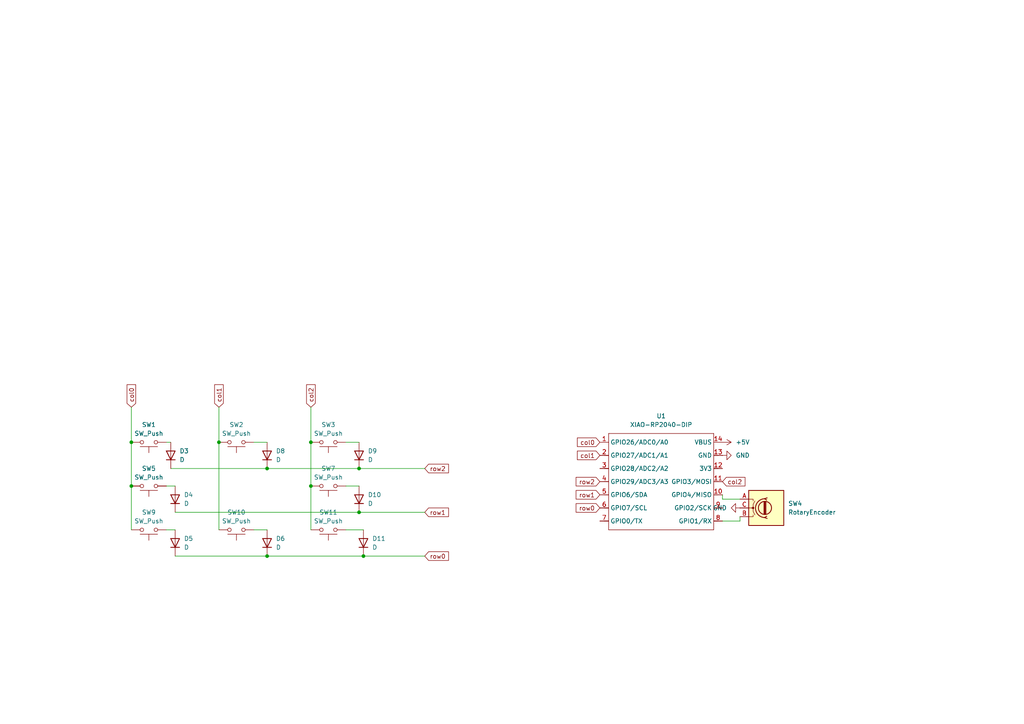
<source format=kicad_sch>
(kicad_sch (version 20250114) (generator "eeschema") (generator_version "9.0")
  (paper "A4")
  (lib_symbols
    (symbol "Device:D" (pin_numbers (hide yes)) (pin_names (offset 1.016) (hide yes))
      (property "Reference" "D" (at 0 2.54 0))
      (property "Value" "D" (at 0 -2.54 0))
      (symbol "D_0_1"
        (polyline (pts (xy -1.27 1.27) (xy -1.27 -1.27)) (stroke (width 0.254)))
        (polyline (pts (xy 1.27 1.27) (xy 1.27 -1.27) (xy -1.27 0) (xy 1.27 1.27)) (stroke (width 0.254)))
        (polyline (pts (xy 1.27 0) (xy -1.27 0)))
      )
      (symbol "D_1_1"
        (pin passive line (at -3.81 0 0) (length 2.54) (name "K") (number "1"))
        (pin passive line (at 3.81 0 180) (length 2.54) (name "A") (number "2"))
      )
    )
    (symbol "Device:RotaryEncoder" (pin_names (offset 0.254) (hide yes))
      (property "Reference" "SW" (at 0 6.604 0))
      (property "Value" "RotaryEncoder" (at 0 -6.604 0))
      (symbol "RotaryEncoder_0_1"
        (rectangle (start -5.08 5.08) (end 5.08 -5.08) (stroke (width 0.254)) (fill (type background)))
        (polyline (pts (xy -5.08 2.54) (xy -3.81 2.54) (xy -3.81 2.032)))
        (polyline (pts (xy -5.08 0) (xy -3.81 0) (xy -3.81 -1.016) (xy -3.302 -2.032)))
        (polyline (pts (xy -5.08 -2.54) (xy -3.81 -2.54) (xy -3.81 -2.032)))
        (polyline (pts (xy -4.318 0) (xy -3.81 0) (xy -3.81 1.016) (xy -3.302 2.032)))
        (circle (center -3.81 0) (radius 0.254) (fill (type outline)))
        (polyline (pts (xy -0.635 -1.778) (xy -0.635 1.778)) (stroke (width 0.254)))
        (circle (center -0.381 0) (radius 1.905) (stroke (width 0.254)))
        (polyline (pts (xy -0.381 -1.778) (xy -0.381 1.778)) (stroke (width 0.254)))
        (arc (start -0.381 -2.794) (mid -3.0988 -0.0635) (end -0.381 2.667) (stroke (width 0.254)))
        (polyline (pts (xy -0.127 1.778) (xy -0.127 -1.778)) (stroke (width 0.254)))
        (polyline (pts (xy 0.254 2.921) (xy -0.508 2.667) (xy 0.127 2.286)) (stroke (width 0.254)))
        (polyline (pts (xy 0.254 -3.048) (xy -0.508 -2.794) (xy 0.127 -2.413)) (stroke (width 0.254)))
      )
      (symbol "RotaryEncoder_1_1"
        (pin passive line (at -7.62 2.54 0) (length 2.54) (name "A") (number "A"))
        (pin passive line (at -7.62 0 0) (length 2.54) (name "C") (number "C"))
        (pin passive line (at -7.62 -2.54 0) (length 2.54) (name "B") (number "B"))
      )
    )
    (symbol "OPL:XIAO-RP2040-DIP"
      (property "Reference" "U" (at 0 0 0))
      (property "Value" "XIAO-RP2040-DIP" (at 5.334 -1.778 0))
      (symbol "XIAO-RP2040-DIP_1_0"
        (polyline (pts (xy -1.27 -2.54) (xy 29.21 -2.54)) (stroke (width 0.1524)))
        (polyline (pts (xy -1.27 -5.08) (xy -2.54 -5.08)) (stroke (width 0.1524)))
        (polyline (pts (xy -1.27 -5.08) (xy -1.27 -2.54)) (stroke (width 0.1524)))
        (polyline (pts (xy -1.27 -8.89) (xy -2.54 -8.89)) (stroke (width 0.1524)))
        (polyline (pts (xy -1.27 -8.89) (xy -1.27 -5.08)) (stroke (width 0.1524)))
        (polyline (pts (xy -1.27 -12.7) (xy -2.54 -12.7)) (stroke (width 0.1524)))
        (polyline (pts (xy -1.27 -12.7) (xy -1.27 -8.89)) (stroke (width 0.1524)))
        (polyline (pts (xy -1.27 -16.51) (xy -2.54 -16.51)) (stroke (width 0.1524)))
        (polyline (pts (xy -1.27 -16.51) (xy -1.27 -12.7)) (stroke (width 0.1524)))
        (polyline (pts (xy -1.27 -20.32) (xy -2.54 -20.32)) (stroke (width 0.1524)))
        (polyline (pts (xy -1.27 -24.13) (xy -2.54 -24.13)) (stroke (width 0.1524)))
        (polyline (pts (xy -1.27 -27.94) (xy -2.54 -27.94)) (stroke (width 0.1524)))
        (polyline (pts (xy -1.27 -30.48) (xy -1.27 -16.51)) (stroke (width 0.1524)))
        (polyline (pts (xy 29.21 -2.54) (xy 29.21 -5.08)) (stroke (width 0.1524)))
        (polyline (pts (xy 29.21 -5.08) (xy 29.21 -8.89)) (stroke (width 0.1524)))
        (polyline (pts (xy 29.21 -8.89) (xy 29.21 -12.7)) (stroke (width 0.1524)))
        (polyline (pts (xy 29.21 -12.7) (xy 29.21 -30.48)) (stroke (width 0.1524)))
        (polyline (pts (xy 29.21 -30.48) (xy -1.27 -30.48)) (stroke (width 0.1524)))
        (polyline (pts (xy 30.48 -5.08) (xy 29.21 -5.08)) (stroke (width 0.1524)))
        (polyline (pts (xy 30.48 -8.89) (xy 29.21 -8.89)) (stroke (width 0.1524)))
        (polyline (pts (xy 30.48 -12.7) (xy 29.21 -12.7)) (stroke (width 0.1524)))
        (polyline (pts (xy 30.48 -16.51) (xy 29.21 -16.51)) (stroke (width 0.1524)))
        (polyline (pts (xy 30.48 -20.32) (xy 29.21 -20.32)) (stroke (width 0.1524)))
        (polyline (pts (xy 30.48 -24.13) (xy 29.21 -24.13)) (stroke (width 0.1524)))
        (polyline (pts (xy 30.48 -27.94) (xy 29.21 -27.94)) (stroke (width 0.1524)))
        (pin passive line (at -3.81 -5.08 0) (length 2.54) (name "GPIO26/ADC0/A0") (number "1"))
        (pin passive line (at -3.81 -8.89 0) (length 2.54) (name "GPIO27/ADC1/A1") (number "2"))
        (pin passive line (at -3.81 -12.7 0) (length 2.54) (name "GPIO28/ADC2/A2") (number "3"))
        (pin passive line (at -3.81 -16.51 0) (length 2.54) (name "GPIO29/ADC3/A3") (number "4"))
        (pin passive line (at -3.81 -20.32 0) (length 2.54) (name "GPIO6/SDA") (number "5"))
        (pin passive line (at -3.81 -24.13 0) (length 2.54) (name "GPIO7/SCL") (number "6"))
        (pin passive line (at -3.81 -27.94 0) (length 2.54) (name "GPIO0/TX") (number "7"))
        (pin passive line (at 31.75 -5.08 180) (length 2.54) (name "VBUS") (number "14"))
        (pin passive line (at 31.75 -8.89 180) (length 2.54) (name "GND") (number "13"))
        (pin passive line (at 31.75 -12.7 180) (length 2.54) (name "3V3") (number "12"))
        (pin passive line (at 31.75 -16.51 180) (length 2.54) (name "GPIO3/MOSI") (number "11"))
        (pin passive line (at 31.75 -20.32 180) (length 2.54) (name "GPIO4/MISO") (number "10"))
        (pin passive line (at 31.75 -24.13 180) (length 2.54) (name "GPIO2/SCK") (number "9"))
        (pin passive line (at 31.75 -27.94 180) (length 2.54) (name "GPIO1/RX") (number "8"))
      )
    )
    (symbol "Switch:SW_Push" (pin_numbers (hide yes)) (pin_names (offset 1.016) (hide yes))
      (property "Reference" "SW" (at 1.27 2.54 0))
      (property "Value" "SW_Push" (at 0 -1.524 0))
      (symbol "SW_Push_0_1"
        (circle (center -2.032 0) (radius 0.508))
        (polyline (pts (xy 0 1.27) (xy 0 3.048)))
        (circle (center 2.032 0) (radius 0.508))
        (polyline (pts (xy 2.54 1.27) (xy -2.54 1.27)))
        (pin passive line (at -5.08 0 0) (length 2.54) (name "1") (number "1"))
        (pin passive line (at 5.08 0 180) (length 2.54) (name "2") (number "2"))
      )
    )
    (symbol "power:+5V" (power) (pin_numbers (hide yes)) (pin_names (offset 0) (hide yes))
      (property "Value" "+5V" (at 0 3.556 0))
      (symbol "+5V_0_1"
        (polyline (pts (xy -0.762 1.27) (xy 0 2.54)))
        (polyline (pts (xy 0 2.54) (xy 0.762 1.27)))
        (polyline (pts (xy 0 0) (xy 0 2.54)))
      )
      (symbol "+5V_1_1"
        (pin power_in line (at 0 0 90) (length 0) (name "~") (number "1"))
      )
    )
    (symbol "power:GND" (power) (pin_numbers (hide yes)) (pin_names (offset 0) (hide yes))
      (property "Value" "GND" (at 0 -3.81 0))
      (symbol "GND_0_1"
        (polyline (pts (xy 0 0) (xy 0 -1.27) (xy 1.27 -1.27) (xy 0 -2.54) (xy -1.27 -1.27) (xy 0 -1.27)))
      )
      (symbol "GND_1_1"
        (pin power_in line (at 0 0 270) (length 0) (name "~") (number "1"))
      )
    )
  )
  (junction (at 77.47 161.29))
  (junction (at 38.1 140.97))
  (junction (at 90.17 128.27))
  (junction (at 63.5 128.27))
  (junction (at 77.47 135.89))
  (junction (at 90.17 140.97))
  (junction (at 104.14 148.59))
  (junction (at 104.14 135.89))
  (junction (at 105.41 161.29))
  (junction (at 38.1 128.27))
  (wire (pts (xy 38.1 128.27) (xy 38.1 140.97)))
  (wire (pts (xy 73.66 153.67) (xy 77.47 153.67)))
  (wire (pts (xy 90.17 118.11) (xy 90.17 128.27)))
  (wire (pts (xy 90.17 128.27) (xy 90.17 140.97)))
  (wire (pts (xy 48.26 128.27) (xy 49.53 128.27)))
  (wire (pts (xy 214.63 144.78) (xy 209.55 144.78)))
  (wire (pts (xy 105.41 161.29) (xy 123.19 161.29)))
  (wire (pts (xy 90.17 140.97) (xy 90.17 153.67)))
  (wire (pts (xy 209.55 151.13) (xy 214.63 151.13)))
  (wire (pts (xy 50.8 161.29) (xy 77.47 161.29)))
  (wire (pts (xy 48.26 153.67) (xy 50.8 153.67)))
  (wire (pts (xy 104.14 128.27) (xy 100.33 128.27)))
  (wire (pts (xy 73.66 128.27) (xy 77.47 128.27)))
  (wire (pts (xy 48.26 140.97) (xy 50.8 140.97)))
  (wire (pts (xy 104.14 140.97) (xy 100.33 140.97)))
  (wire (pts (xy 38.1 140.97) (xy 38.1 153.67)))
  (wire (pts (xy 77.47 135.89) (xy 104.14 135.89)))
  (wire (pts (xy 63.5 118.11) (xy 63.5 128.27)))
  (wire (pts (xy 104.14 148.59) (xy 123.19 148.59)))
  (wire (pts (xy 100.33 153.67) (xy 105.41 153.67)))
  (wire (pts (xy 63.5 128.27) (xy 63.5 153.67)))
  (wire (pts (xy 209.55 144.78) (xy 209.55 143.51)))
  (wire (pts (xy 38.1 118.11) (xy 38.1 128.27)))
  (wire (pts (xy 123.19 135.89) (xy 104.14 135.89)))
  (wire (pts (xy 77.47 161.29) (xy 105.41 161.29)))
  (wire (pts (xy 49.53 135.89) (xy 77.47 135.89)))
  (wire (pts (xy 50.8 148.59) (xy 104.14 148.59)))
  (wire (pts (xy 214.63 151.13) (xy 214.63 149.86)))
  (global_label "row1" (shape input) (at 123.19 148.59 0) (property "Intersheetrefs" "${INTERSHEET_REFS}" (effects (hide yes))))
  (global_label "row2" (shape input) (at 123.19 135.89 0) (property "Intersheetrefs" "${INTERSHEET_REFS}" (effects (hide yes))))
  (global_label "col0" (shape input) (at 173.99 128.27 180) (property "Intersheetrefs" "${INTERSHEET_REFS}" (effects (hide yes))))
  (global_label "row0" (shape input) (at 173.99 147.32 180) (property "Intersheetrefs" "${INTERSHEET_REFS}" (effects (hide yes))))
  (global_label "row1" (shape input) (at 173.99 143.51 180) (property "Intersheetrefs" "${INTERSHEET_REFS}" (effects (hide yes))))
  (global_label "col2" (shape input) (at 90.17 118.11 90) (property "Intersheetrefs" "${INTERSHEET_REFS}" (effects (hide yes))))
  (global_label "col0" (shape input) (at 38.1 118.11 90) (property "Intersheetrefs" "${INTERSHEET_REFS}" (effects (hide yes))))
  (global_label "col2" (shape input) (at 209.55 139.7 0) (property "Intersheetrefs" "${INTERSHEET_REFS}" (effects (hide yes))))
  (global_label "row0" (shape input) (at 123.19 161.29 0) (property "Intersheetrefs" "${INTERSHEET_REFS}" (effects (hide yes))))
  (global_label "col1" (shape input) (at 63.5 118.11 90) (property "Intersheetrefs" "${INTERSHEET_REFS}" (effects (hide yes))))
  (global_label "row2" (shape input) (at 173.99 139.7 180) (property "Intersheetrefs" "${INTERSHEET_REFS}" (effects (hide yes))))
  (global_label "col1" (shape input) (at 173.99 132.08 180) (property "Intersheetrefs" "${INTERSHEET_REFS}" (effects (hide yes))))
  (symbol (lib_id "Switch:SW_Push") (at 43.18 128.27 180) (unit 1)
    (property "Reference" "SW1" (at 43.18 123.19 0))
    (property "Value" "SW_Push" (at 43.18 125.73 0))
    (property "Footprint" "Button_Switch_Keyboard:SW_Cherry_MX_1.00u_PCB" (effects (hide yes)))
    (property "Description" "Push button switch, generic, two pins" (effects (hide yes)))
  )
  (symbol (lib_id "Device:RotaryEncoder") (at 222.25 147.32 0) (unit 1)
    (property "Reference" "SW4" (at 228.6 146.0499 0) (effects (justify left)))
    (property "Value" "RotaryEncoder" (at 228.6 148.5899 0) (effects (justify left)))
    (property "Footprint" "Rotary_Encoder:RotaryEncoder_Alps_EC11E_Vertical_H20mm_CircularMountingHoles" (effects (hide yes)))
    (property "Description" "Rotary encoder, dual channel, incremental quadrate outputs" (effects (hide yes)))
  )
  (symbol (lib_id "Device:D") (at 50.8 144.78 90) (unit 1)
    (property "Reference" "D4" (at 53.34 143.5099 90) (effects (justify right)))
    (property "Value" "D" (at 53.34 146.0499 90) (effects (justify right)))
    (property "Footprint" "Diode_THT:D_DO-201AE_P3.81mm_Vertical_KathodeUp" (effects (hide yes)))
    (property "Description" "Diode" (effects (hide yes)))
    (property "Sim.Device" "D" (effects (hide yes)))
    (property "Sim.Pins" "1=K 2=A" (effects (hide yes)))
  )
  (symbol (lib_id "Device:D") (at 105.41 157.48 90) (unit 1)
    (property "Reference" "D11" (at 107.95 156.2099 90) (effects (justify right)))
    (property "Value" "D" (at 107.95 158.7499 90) (effects (justify right)))
    (property "Footprint" "Diode_THT:D_DO-201AE_P3.81mm_Vertical_KathodeUp" (effects (hide yes)))
    (property "Description" "Diode" (effects (hide yes)))
    (property "Sim.Device" "D" (effects (hide yes)))
    (property "Sim.Pins" "1=K 2=A" (effects (hide yes)))
  )
  (symbol (lib_id "Device:D") (at 104.14 144.78 90) (unit 1)
    (property "Reference" "D10" (at 106.68 143.5099 90) (effects (justify right)))
    (property "Value" "D" (at 106.68 146.0499 90) (effects (justify right)))
    (property "Footprint" "Diode_THT:D_DO-201AE_P3.81mm_Vertical_KathodeUp" (effects (hide yes)))
    (property "Description" "Diode" (effects (hide yes)))
    (property "Sim.Device" "D" (effects (hide yes)))
    (property "Sim.Pins" "1=K 2=A" (effects (hide yes)))
  )
  (symbol (lib_id "Switch:SW_Push") (at 68.58 153.67 180) (unit 1)
    (property "Reference" "SW10" (at 68.58 148.59 0))
    (property "Value" "SW_Push" (at 68.58 151.13 0))
    (property "Footprint" "Button_Switch_Keyboard:SW_Cherry_MX_1.00u_PCB" (effects (hide yes)))
    (property "Description" "Push button switch, generic, two pins" (effects (hide yes)))
  )
  (symbol (lib_id "power:GND") (at 214.63 147.32 270) (unit 1)
    (property "Reference" "#PWR01" (effects (hide yes)))
    (property "Value" "GND" (at 210.82 147.3199 90) (effects (justify right)))
    (property "Description" "Power symbol creates a global label with name \"GND\" , ground" (effects (hide yes)))
  )
  (symbol (lib_id "Device:D") (at 49.53 132.08 90) (unit 1)
    (property "Reference" "D3" (at 52.07 130.8099 90) (effects (justify right)))
    (property "Value" "D" (at 52.07 133.3499 90) (effects (justify right)))
    (property "Footprint" "Diode_THT:D_DO-201AE_P3.81mm_Vertical_KathodeUp" (effects (hide yes)))
    (property "Description" "Diode" (effects (hide yes)))
    (property "Sim.Device" "D" (effects (hide yes)))
    (property "Sim.Pins" "1=K 2=A" (effects (hide yes)))
  )
  (symbol (lib_id "Switch:SW_Push") (at 95.25 128.27 180) (unit 1)
    (property "Reference" "SW3" (at 95.25 123.19 0))
    (property "Value" "SW_Push" (at 95.25 125.73 0))
    (property "Footprint" "Button_Switch_Keyboard:SW_Cherry_MX_1.00u_PCB" (effects (hide yes)))
    (property "Description" "Push button switch, generic, two pins" (effects (hide yes)))
  )
  (symbol (lib_id "Device:D") (at 50.8 157.48 90) (unit 1)
    (property "Reference" "D5" (at 53.34 156.2099 90) (effects (justify right)))
    (property "Value" "D" (at 53.34 158.7499 90) (effects (justify right)))
    (property "Footprint" "Diode_THT:D_DO-201AE_P3.81mm_Vertical_KathodeUp" (effects (hide yes)))
    (property "Description" "Diode" (effects (hide yes)))
    (property "Sim.Device" "D" (effects (hide yes)))
    (property "Sim.Pins" "1=K 2=A" (effects (hide yes)))
  )
  (symbol (lib_id "Device:D") (at 104.14 132.08 90) (unit 1)
    (property "Reference" "D9" (at 106.68 130.8099 90) (effects (justify right)))
    (property "Value" "D" (at 106.68 133.3499 90) (effects (justify right)))
    (property "Footprint" "Diode_THT:D_DO-201AE_P3.81mm_Vertical_KathodeUp" (effects (hide yes)))
    (property "Description" "Diode" (effects (hide yes)))
    (property "Sim.Device" "D" (effects (hide yes)))
    (property "Sim.Pins" "1=K 2=A" (effects (hide yes)))
  )
  (symbol (lib_id "Switch:SW_Push") (at 95.25 140.97 180) (unit 1)
    (property "Reference" "SW7" (at 95.25 135.89 0))
    (property "Value" "SW_Push" (at 95.25 138.43 0))
    (property "Footprint" "Button_Switch_Keyboard:SW_Cherry_MX_1.00u_PCB" (effects (hide yes)))
    (property "Description" "Push button switch, generic, two pins" (effects (hide yes)))
  )
  (symbol (lib_id "Switch:SW_Push") (at 43.18 140.97 180) (unit 1)
    (property "Reference" "SW5" (at 43.18 135.89 0))
    (property "Value" "SW_Push" (at 43.18 138.43 0))
    (property "Footprint" "Button_Switch_Keyboard:SW_Cherry_MX_1.00u_PCB" (effects (hide yes)))
    (property "Description" "Push button switch, generic, two pins" (effects (hide yes)))
  )
  (symbol (lib_id "OPL:XIAO-RP2040-DIP") (at 177.8 123.19 0) (unit 1)
    (property "Reference" "U1" (at 191.77 120.65 0))
    (property "Value" "XIAO-RP2040-DIP" (at 191.77 123.19 0))
    (property "Footprint" "Seeed Studio XIAO Series Library:XIAO-RP2040-DIP" (effects (hide yes)))
  )
  (symbol (lib_id "power:+5V") (at 209.55 128.27 270) (unit 1)
    (property "Reference" "#PWR05" (effects (hide yes)))
    (property "Value" "+5V" (at 213.36 128.2699 90) (effects (justify left)))
    (property "Description" "Power symbol creates a global label with name \"+5V\"" (effects (hide yes)))
  )
  (symbol (lib_id "Switch:SW_Push") (at 68.58 128.27 180) (unit 1)
    (property "Reference" "SW2" (at 68.58 123.19 0))
    (property "Value" "SW_Push" (at 68.58 125.73 0))
    (property "Footprint" "Button_Switch_Keyboard:SW_Cherry_MX_1.00u_PCB" (effects (hide yes)))
    (property "Description" "Push button switch, generic, two pins" (effects (hide yes)))
  )
  (symbol (lib_id "power:GND") (at 209.55 132.08 90) (unit 1)
    (property "Reference" "#PWR04" (effects (hide yes)))
    (property "Value" "GND" (at 213.36 132.0799 90) (effects (justify right)))
    (property "Description" "Power symbol creates a global label with name \"GND\" , ground" (effects (hide yes)))
  )
  (symbol (lib_id "Switch:SW_Push") (at 43.18 153.67 180) (unit 1)
    (property "Reference" "SW9" (at 43.18 148.59 0))
    (property "Value" "SW_Push" (at 43.18 151.13 0))
    (property "Footprint" "Button_Switch_Keyboard:SW_Cherry_MX_1.00u_PCB" (effects (hide yes)))
    (property "Description" "Push button switch, generic, two pins" (effects (hide yes)))
  )
  (symbol (lib_id "Device:D") (at 77.47 132.08 90) (unit 1)
    (property "Reference" "D8" (at 80.01 130.8099 90) (effects (justify right)))
    (property "Value" "D" (at 80.01 133.3499 90) (effects (justify right)))
    (property "Footprint" "Diode_THT:D_DO-201AE_P3.81mm_Vertical_KathodeUp" (effects (hide yes)))
    (property "Description" "Diode" (effects (hide yes)))
    (property "Sim.Device" "D" (effects (hide yes)))
    (property "Sim.Pins" "1=K 2=A" (effects (hide yes)))
  )
  (symbol (lib_id "Switch:SW_Push") (at 95.25 153.67 180) (unit 1)
    (property "Reference" "SW11" (at 95.25 148.59 0))
    (property "Value" "SW_Push" (at 95.25 151.13 0))
    (property "Footprint" "Button_Switch_Keyboard:SW_Cherry_MX_1.00u_PCB" (effects (hide yes)))
    (property "Description" "Push button switch, generic, two pins" (effects (hide yes)))
  )
  (symbol (lib_id "Device:D") (at 77.47 157.48 90) (unit 1)
    (property "Reference" "D6" (at 80.01 156.2099 90) (effects (justify right)))
    (property "Value" "D" (at 80.01 158.7499 90) (effects (justify right)))
    (property "Footprint" "Diode_THT:D_DO-201AE_P3.81mm_Vertical_KathodeUp" (effects (hide yes)))
    (property "Description" "Diode" (effects (hide yes)))
    (property "Sim.Device" "D" (effects (hide yes)))
    (property "Sim.Pins" "1=K 2=A" (effects (hide yes)))
  )
)
</source>
